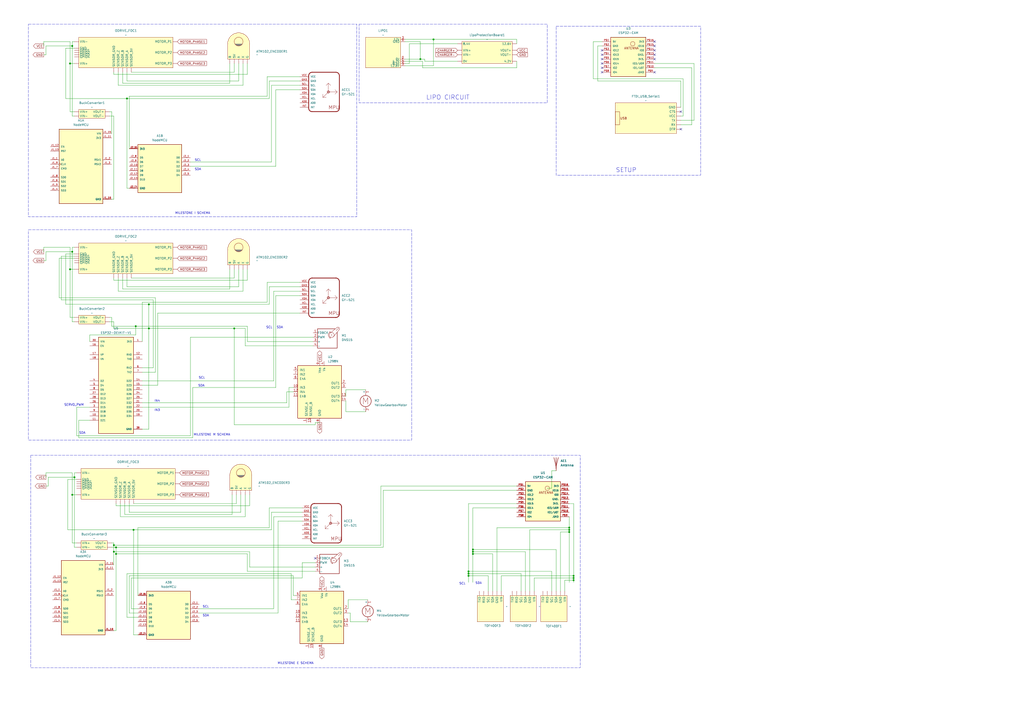
<source format=kicad_sch>
(kicad_sch (version 20231120) (generator "eeschema") (generator_version "8.0")
  (paper "A2")
  (lib_symbols
    (symbol "Device:Antenna" (pin_numbers hide) (pin_names (offset 1.016) hide)
      (property "Reference" "AE" (at -1.905 1.905 0))
      (property "Value" "Antenna" (at -1.905 0 0))
      (symbol "Antenna_1_1"
        (pin input line (at 0 -5.08 90) (length 2.54) (name "A") (number "1"))
      )
    )
    (symbol "Driver_Motor:L298N" (pin_names (offset 1.016))
      (property "Reference" "U" (at -10.16 16.51 0))
      (property "Value" "L298N" (at 12.7 16.51 0))
      (symbol "L298N_1_1"
        (pin power_in line (at -7.62 -17.78 90) (length 2.54) (name "SENSE_A") (number "1"))
        (pin input line (at -15.24 2.54 0) (length 2.54) (name "IN3") (number "10"))
        (pin input line (at -15.24 -2.54 0) (length 2.54) (name "EnB") (number "11"))
        (pin input line (at -15.24 0 0) (length 2.54) (name "IN4") (number "12"))
        (pin output line (at 15.24 -2.54 180) (length 2.54) (name "OUT3") (number "13"))
        (pin output line (at 15.24 -5.08 180) (length 2.54) (name "OUT4") (number "14"))
        (pin power_in line (at -5.08 -17.78 90) (length 2.54) (name "SENSE_B") (number "15"))
        (pin output line (at 15.24 5.08 180) (length 2.54) (name "OUT1") (number "2"))
        (pin output line (at 15.24 2.54 180) (length 2.54) (name "OUT2") (number "3"))
        (pin power_in line (at 2.54 17.78 270) (length 2.54) (name "Vs") (number "4"))
        (pin input line (at -15.24 12.7 0) (length 2.54) (name "IN1") (number "5"))
        (pin input line (at -15.24 7.62 0) (length 2.54) (name "EnA") (number "6"))
        (pin input line (at -15.24 10.16 0) (length 2.54) (name "IN2") (number "7"))
        (pin power_in line (at 0 -17.78 90) (length 2.54) (name "GND") (number "8"))
        (pin power_in line (at 0 17.78 270) (length 2.54) (name "Vss") (number "9"))
      )
    )
    (symbol "ESP32-CAM:ESP32-CAM" (pin_names (offset 1.016))
      (property "Reference" "U1" (at 0 22.86 0))
      (property "Value" "ESP32-CAM" (at 0 20.32 0))
      (symbol "ESP32-CAM_0_0"
        (pin bidirectional line (at -15.24 15.24 0) (length 5.08) (name "5V") (number "P$1"))
        (pin bidirectional line (at 15.24 0 180) (length 5.08) (name "IO1/U0T") (number "P$10"))
        (pin bidirectional line (at 15.24 2.54 180) (length 5.08) (name "IO3/U0R") (number "P$11"))
        (pin bidirectional line (at 15.24 5.08 180) (length 5.08) (name "3V3.") (number "P$12"))
        (pin bidirectional line (at 15.24 7.62 180) (length 5.08) (name "GND.") (number "P$13"))
        (pin bidirectional line (at 15.24 10.16 180) (length 5.08) (name "IO0") (number "P$14"))
        (pin bidirectional line (at 15.24 12.7 180) (length 5.08) (name "IO16") (number "P$15"))
        (pin bidirectional line (at 15.24 15.24 180) (length 5.08) (name "3V3") (number "P$16"))
        (pin bidirectional line (at -15.24 12.7 0) (length 5.08) (name "GND") (number "P$2"))
        (pin bidirectional line (at -15.24 10.16 0) (length 5.08) (name "IO12") (number "P$3"))
        (pin bidirectional line (at -15.24 7.62 0) (length 5.08) (name "IO13") (number "P$4"))
        (pin bidirectional line (at -15.24 5.08 0) (length 5.08) (name "IO15") (number "P$5"))
        (pin bidirectional line (at -15.24 2.54 0) (length 5.08) (name "IO14") (number "P$6"))
        (pin bidirectional line (at -15.24 0 0) (length 5.08) (name "IO2") (number "P$7"))
        (pin bidirectional line (at -15.24 -2.54 0) (length 5.08) (name "IO4") (number "P$8"))
        (pin bidirectional line (at 15.24 -2.54 180) (length 5.08) (name ".GND") (number "P$9"))
      )
      (symbol "ESP32-CAM_1_1"
        (text "ANTENNA" (at 1.778 11.43 0) (effects (font (size 1.27 1.27))))
        (pin bidirectional line (at 2.54 13.97 90) (length 0) (name "") (number ""))
      )
    )
    (symbol "ESP32-DEVKIT:ESP32-DEVKIT-V1" (pin_names (offset 1.016))
      (property "Reference" "U" (at -10.16 30.48 0))
      (property "Value" "ESP32-DEVKIT-V1" (at -10.16 -30.48 0))
      (symbol "ESP32-DEVKIT-V1_0_0"
        (pin output line (at 15.24 25.4 180) (length 5.08) (name "3V3") (number "1"))
        (pin bidirectional line (at -15.24 -17.78 0) (length 5.08) (name "D19") (number "10"))
        (pin bidirectional line (at -15.24 -20.32 0) (length 5.08) (name "D21") (number "11"))
        (pin input line (at 15.24 17.78 180) (length 5.08) (name "RX0") (number "12"))
        (pin output line (at 15.24 15.24 180) (length 5.08) (name "TX0") (number "13"))
        (pin bidirectional line (at 15.24 2.54 180) (length 5.08) (name "D22") (number "14"))
        (pin bidirectional line (at 15.24 0 180) (length 5.08) (name "D23") (number "15"))
        (pin input line (at -15.24 22.86 0) (length 5.08) (name "EN") (number "16"))
        (pin bidirectional line (at -15.24 17.78 0) (length 5.08) (name "VP") (number "17"))
        (pin bidirectional line (at -15.24 15.24 0) (length 5.08) (name "VN") (number "18"))
        (pin bidirectional line (at 15.24 -17.78 180) (length 5.08) (name "D34") (number "19"))
        (pin power_in line (at 15.24 -25.4 180) (length 5.08) (name "GND") (number "2"))
        (pin bidirectional line (at 15.24 -15.24 180) (length 5.08) (name "D35") (number "20"))
        (pin bidirectional line (at 15.24 -10.16 180) (length 5.08) (name "D32") (number "21"))
        (pin bidirectional line (at 15.24 -12.7 180) (length 5.08) (name "D33") (number "22"))
        (pin bidirectional line (at 15.24 -2.54 180) (length 5.08) (name "D25") (number "23"))
        (pin bidirectional line (at 15.24 -5.08 180) (length 5.08) (name "D26") (number "24"))
        (pin bidirectional line (at 15.24 -7.62 180) (length 5.08) (name "D27") (number "25"))
        (pin bidirectional line (at -15.24 -10.16 0) (length 5.08) (name "D14") (number "26"))
        (pin bidirectional line (at -15.24 -5.08 0) (length 5.08) (name "D12") (number "27"))
        (pin bidirectional line (at -15.24 -7.62 0) (length 5.08) (name "D13") (number "28"))
        (pin power_in line (at 15.24 -25.4 180) (length 5.08) (name "GND") (number "29"))
        (pin bidirectional line (at -15.24 -12.7 0) (length 5.08) (name "D15") (number "3"))
        (pin input line (at -15.24 25.4 0) (length 5.08) (name "VIN") (number "30"))
        (pin bidirectional line (at -15.24 2.54 0) (length 5.08) (name "D2") (number "4"))
        (pin bidirectional line (at -15.24 0 0) (length 5.08) (name "D4") (number "5"))
        (pin input line (at 15.24 10.16 180) (length 5.08) (name "RX2") (number "6"))
        (pin output line (at 15.24 7.62 180) (length 5.08) (name "TX2") (number "7"))
        (pin bidirectional line (at -15.24 -2.54 0) (length 5.08) (name "D5") (number "8"))
        (pin bidirectional line (at -15.24 -15.24 0) (length 5.08) (name "D18") (number "9"))
      )
    )
    (symbol "ESP8266:113990105" (pin_names (offset 1.016))
      (property "Reference" "A" (at -12.7 21.59 0))
      (property "Value" "113990105" (at -12.7 -24.13 0))
      (symbol "113990105_1_0"
        (pin bidirectional line (at -17.78 2.54 0) (length 5.08) (name "A0") (number "J1_1"))
        (pin power_in line (at 17.78 -20.32 180) (length 5.08) (name "GND") (number "J1_10"))
        (pin power_in line (at 17.78 15.24 180) (length 5.08) (name "3V3") (number "J1_11"))
        (pin input line (at -17.78 10.16 0) (length 5.08) (name "EN") (number "J1_12"))
        (pin input line (at -17.78 7.62 0) (length 5.08) (name "RST") (number "J1_13"))
        (pin power_in line (at 17.78 -20.32 180) (length 5.08) (name "GND") (number "J1_14"))
        (pin power_in line (at 17.78 17.78 180) (length 5.08) (name "VIN") (number "J1_15"))
        (pin bidirectional line (at 17.78 2.54 180) (length 5.08) (name "RSV1") (number "J1_2"))
        (pin bidirectional line (at 17.78 0 180) (length 5.08) (name "RSV2") (number "J1_3"))
        (pin bidirectional line (at -17.78 -15.24 0) (length 5.08) (name "SD3") (number "J1_4"))
        (pin bidirectional line (at -17.78 -12.7 0) (length 5.08) (name "SD2") (number "J1_5"))
        (pin bidirectional line (at -17.78 -10.16 0) (length 5.08) (name "SD1") (number "J1_6"))
        (pin bidirectional line (at -17.78 -2.54 0) (length 5.08) (name "CMD") (number "J1_7"))
        (pin bidirectional line (at -17.78 -7.62 0) (length 5.08) (name "SD0") (number "J1_8"))
        (pin bidirectional clock (at -17.78 0 0) (length 5.08) (name "CLK") (number "J1_9"))
      )
      (symbol "113990105_2_0"
        (pin bidirectional line (at -17.78 5.08 0) (length 5.08) (name "D0") (number "J2_1"))
        (pin bidirectional line (at 17.78 0 180) (length 5.08) (name "D7") (number "J2_10"))
        (pin bidirectional line (at 17.78 -2.54 180) (length 5.08) (name "D8") (number "J2_11"))
        (pin bidirectional line (at 17.78 -5.08 180) (length 5.08) (name "D9") (number "J2_12"))
        (pin bidirectional line (at 17.78 -7.62 180) (length 5.08) (name "D10") (number "J2_13"))
        (pin power_in line (at 17.78 -12.7 180) (length 5.08) (name "GND") (number "J2_14"))
        (pin power_in line (at 17.78 10.16 180) (length 5.08) (name "3V3") (number "J2_15"))
        (pin bidirectional line (at -17.78 2.54 0) (length 5.08) (name "D1") (number "J2_2"))
        (pin bidirectional line (at -17.78 0 0) (length 5.08) (name "D2") (number "J2_3"))
        (pin bidirectional line (at -17.78 -2.54 0) (length 5.08) (name "D3") (number "J2_4"))
        (pin bidirectional line (at -17.78 -5.08 0) (length 5.08) (name "D4") (number "J2_5"))
        (pin power_in line (at 17.78 10.16 180) (length 5.08) (name "3V3") (number "J2_6"))
        (pin power_in line (at 17.78 -12.7 180) (length 5.08) (name "GND") (number "J2_7"))
        (pin bidirectional line (at 17.78 5.08 180) (length 5.08) (name "D5") (number "J2_8"))
        (pin bidirectional line (at 17.78 2.54 180) (length 5.08) (name "D6") (number "J2_9"))
      )
    )
    (symbol "GY-521:GY-521" (pin_names (offset 1.016))
      (property "Reference" "ACC" (at -9.652 11.938 0))
      (property "Value" "GY-521" (at 4.572 -11.938 0))
      (symbol "GY-521_0_0"
        (text "MPU" (at 0 -10.16 0) (effects (font (size 2 2)) (justify left bottom)))
        (pin bidirectional line (at -16.51 -6.35 0) (length 5.08) (name "AD0") (number "AD0"))
        (pin power_in line (at -16.51 6.35 0) (length 5.08) (name "GND") (number "GND"))
        (pin bidirectional line (at -16.51 -8.89 0) (length 5.08) (name "INT") (number "INT"))
        (pin bidirectional line (at -16.51 3.81 0) (length 5.08) (name "SCL") (number "SCL"))
        (pin bidirectional line (at -16.51 1.27 0) (length 5.08) (name "SDA") (number "SDA"))
        (pin power_in line (at -16.51 8.89 0) (length 5.08) (name "VCC") (number "VCC"))
        (pin bidirectional line (at -16.51 -3.81 0) (length 5.08) (name "XCL") (number "XCL"))
        (pin bidirectional line (at -16.51 -1.27 0) (length 5.08) (name "XDA") (number "XDA"))
      )
    )
    (symbol "MIT_Lib:ATM102_ENCODER"
      (property "Reference" "ATM102_ENCODER" (at -0.254 4.826 0))
      (symbol "ATM102_ENCODER_1_1"
        (pin input line (at -2.54 -17.78 90) (length 2.54) (name "5V") (number ""))
        (pin input line (at 0 -17.78 90) (length 2.54) (name "A") (number ""))
        (pin input line (at -5.08 -17.78 90) (length 2.54) (name "B") (number ""))
        (pin input line (at 5.08 -17.78 90) (length 2.54) (name "G") (number ""))
        (pin input line (at 2.54 -17.78 90) (length 2.54) (name "X") (number ""))
      )
    )
    (symbol "MIT_Lib:Buck_Converter"
      (property "Reference" "BuckConverter" (at 0 0 0))
      (symbol "Buck_Converter_1_1"
        (pin output line (at -10.16 -2.54 0) (length 2.54) (name "VIN+") (number ""))
        (pin output line (at -10.16 -5.08 0) (length 2.54) (name "VIN-") (number ""))
        (pin output line (at 10.16 -2.54 180) (length 2.54) (name "VOUT+") (number ""))
        (pin output line (at 10.16 -5.08 180) (length 2.54) (name "VOUT-") (number ""))
      )
    )
    (symbol "MIT_Lib:FTDI_USB_Serial"
      (property "Reference" "FTDI_USB_Serial" (at 0 0 0))
      (symbol "FTDI_USB_Serial_1_1"
        (text "USB" (at -12.954 -11.43 0) (effects (font (size 1.27 1.27))))
        (pin input line (at 20.32 -7.62 180) (length 2.54) (name "CTS") (number ""))
        (pin input line (at 20.32 -17.78 180) (length 2.54) (name "DTR") (number ""))
        (pin input line (at 20.32 -5.08 180) (length 2.54) (name "GND") (number ""))
        (pin input line (at 20.32 -15.24 180) (length 2.54) (name "RX") (number ""))
        (pin input line (at 20.32 -12.7 180) (length 2.54) (name "TX") (number ""))
        (pin input line (at 20.32 -10.16 180) (length 2.54) (name "VCC") (number ""))
      )
    )
    (symbol "MIT_Lib:LIPO_3S"
      (property "Reference" "LIPO" (at 0 0 0))
      (symbol "LIPO_3S_1_1"
        (pin input line (at 12.7 -13.97 180) (length 2.54) (name "0V") (number "0"))
        (pin bidirectional line (at 12.7 -3.81 180) (length 2.54) (name "GND") (number "0"))
        (pin input line (at 12.7 -15.24 180) (length 2.54) (name "4.2V") (number "1"))
        (pin input line (at 12.7 -16.51 180) (length 2.54) (name "8.4V") (number "2"))
        (pin input line (at 12.7 -17.78 180) (length 2.54) (name "12.6V") (number "3"))
        (pin bidirectional line (at 12.7 -2.54 180) (length 2.54) (name "12V") (number "3"))
      )
    )
    (symbol "MIT_Lib:Lipo_3S_Protection_Board"
      (property "Reference" "LipoProtectionBoard" (at 0 7.62 0))
      (symbol "Lipo_3S_Protection_Board_1_1"
        (pin bidirectional line (at -11.43 -5.08 0) (length 2.54) (name "0V") (number ""))
        (pin bidirectional line (at 22.86 5.08 180) (length 2.54) (name "12.6V") (number ""))
        (pin bidirectional line (at 22.86 -5.08 180) (length 2.54) (name "4.2V") (number ""))
        (pin bidirectional line (at -11.43 5.08 0) (length 2.54) (name "8.4V") (number ""))
        (pin input line (at -11.43 1.27 0) (length 2.54) (name "VIN+") (number ""))
        (pin input line (at -11.43 -1.27 0) (length 2.54) (name "VIN-") (number ""))
        (pin output line (at 22.86 1.27 180) (length 2.54) (name "VOUT+") (number ""))
        (pin output line (at 22.86 -1.27 180) (length 2.54) (name "VOUT-") (number ""))
      )
    )
    (symbol "MIT_Lib:ODRIVE_FOC"
      (property "Reference" "ODRIVE_FOC" (at 0 0 0))
      (symbol "ODRIVE_FOC_1_1"
        (pin input line (at -27.94 -8.89 0) (length 2.54) (name "GND") (number ""))
        (pin input line (at -27.94 -10.16 0) (length 2.54) (name "GPIO1") (number ""))
        (pin input line (at -27.94 -11.43 0) (length 2.54) (name "GPIO2") (number ""))
        (pin input line (at -27.94 -12.7 0) (length 2.54) (name "GPIO3") (number ""))
        (pin input line (at -27.94 -13.97 0) (length 2.54) (name "GPIO4") (number ""))
        (pin input line (at 31.75 -5.08 180) (length 2.54) (name "MOTOR_P1") (number ""))
        (pin input line (at 31.75 -11.43 180) (length 2.54) (name "MOTOR_P2") (number ""))
        (pin input line (at 31.75 -17.78 180) (length 2.54) (name "MOTOR_P3") (number ""))
        (pin bidirectional line (at 5.08 -22.86 90) (length 2.54) (name "SENSOR_5V") (number ""))
        (pin bidirectional line (at 2.54 -22.86 90) (length 2.54) (name "SENSOR_A") (number ""))
        (pin bidirectional line (at 0 -22.86 90) (length 2.54) (name "SENSOR_B") (number ""))
        (pin bidirectional line (at -5.08 -22.86 90) (length 2.54) (name "SENSOR_GND") (number ""))
        (pin bidirectional line (at -2.54 -22.86 90) (length 2.54) (name "SENSOR_Z") (number ""))
        (pin input line (at -27.94 -17.78 0) (length 2.54) (name "VIN+") (number ""))
        (pin input line (at -27.94 -5.08 0) (length 2.54) (name "VIN-") (number ""))
      )
    )
    (symbol "MIT_Lib:TOF400F"
      (property "Reference" "TOF400F" (at 0 0 0))
      (symbol "TOF400F_1_1"
        (pin input line (at 3.81 -20.32 90) (length 2.54) (name "GND") (number ""))
        (pin input line (at -3.81 -20.32 90) (length 2.54) (name "RXD") (number ""))
        (pin input line (at -1.27 -20.32 90) (length 2.54) (name "SCL") (number ""))
        (pin input line (at 1.27 -20.32 90) (length 2.54) (name "SDA") (number ""))
        (pin input line (at -6.35 -20.32 90) (length 2.54) (name "TXD") (number ""))
        (pin input line (at 6.35 -20.32 90) (length 2.54) (name "VIN") (number ""))
      )
    )
    (symbol "Motor:Motor_DC" (pin_names (offset 0))
      (property "Reference" "M" (at 2.54 2.54 0))
      (property "Value" "Motor_DC" (at 2.54 -5.08 0))
      (symbol "Motor_DC_1_1"
        (pin passive line (at 0 5.08 270) (length 2.54) (name "+") (number "1"))
        (pin passive line (at 0 -7.62 90) (length 2.54) (name "-") (number "2"))
      )
    )
    (symbol "Motor:Motor_Servo" (pin_names (offset 0.0254))
      (property "Reference" "M1" (at 8.89 1.7035 0))
      (property "Value" "Motor_Servo" (at 8.89 -0.8365 0))
      (symbol "Motor_Servo_1_1"
        (pin passive line (at -7.62 1.27 0) (length 2.54) (name "FDBCK") (number "1"))
        (pin passive line (at -7.62 -1.27 0) (length 2.54) (name "PWM") (number "2"))
        (pin passive line (at -7.62 -3.81 0) (length 2.54) (name "+") (number "3"))
        (pin passive line (at -7.62 -6.35 0) (length 2.54) (name "-") (number "4"))
      )
    )
  )
  (junction (at 43.18 276.86))
  (junction (at 77.47 307.34))
  (junction (at 73.66 57.15))
  (junction (at 86.36 190.5))
  (junction (at 41.91 26.67))
  (junction (at 86.36 176.53))
  (junction (at 66.04 316.23))
  (junction (at 332.74 334.01))
  (junction (at 332.74 335.28))
  (junction (at 243.84 34.29))
  (junction (at 67.31 321.31))
  (junction (at 271.78 331.47))
  (junction (at 40.64 156.21))
  (junction (at 274.32 318.77))
  (junction (at 78.74 189.23))
  (junction (at 332.74 336.55))
  (junction (at 67.31 317.5))
  (junction (at 274.32 320.04))
  (junction (at 274.32 321.31))
  (junction (at 135.89 190.5))
  (junction (at 271.78 334.01))
  (junction (at 330.2 306.07))
  (junction (at 271.78 332.74))
  (junction (at 330.2 308.61))
  (junction (at 251.46 22.86))
  (junction (at 40.64 36.83))
  (junction (at 41.91 146.05))
  (junction (at 330.2 307.34))
  (junction (at 41.91 287.02))
  (junction (at 66.04 320.04))
  (no_connect (at 349.25 39.37))
  (no_connect (at 349.25 41.91))
  (no_connect (at 379.73 31.75))
  (no_connect (at 379.73 26.67))
  (no_connect (at 379.73 41.91))
  (no_connect (at 379.73 34.29))
  (no_connect (at 379.73 24.13))
  (no_connect (at 349.25 29.21))
  (no_connect (at 394.97 64.77))
  (no_connect (at 379.73 29.21))
  (no_connect (at 349.25 34.29))
  (no_connect (at 349.25 36.83))
  (no_connect (at 182.88 323.85))
  (no_connect (at 349.25 31.75))
  (no_connect (at 394.97 74.93))
  (wire (pts (xy 245.11 39.37) (xy 299.72 39.37)))
  (wire (pts (xy 237.49 25.4) (xy 265.43 25.4)))
  (wire (pts (xy 299.72 22.86) (xy 251.46 22.86)))
  (wire (pts (xy 66.04 186.69) (xy 66.04 190.5)))
  (wire (pts (xy 143.51 162.56) (xy 66.04 162.56)))
  (wire (pts (xy 110.49 195.58) (xy 110.49 252.73)))
  (wire (pts (xy 173.99 181.61) (xy 91.44 181.61)))
  (wire (pts (xy 156.21 176.53) (xy 156.21 166.37)))
  (wire (pts (xy 66.04 43.18) (xy 66.04 41.91)))
  (wire (pts (xy 64.77 184.15) (xy 64.77 189.23)))
  (wire (pts (xy 181.61 198.12) (xy 143.51 198.12)))
  (wire (pts (xy 158.75 299.72) (xy 158.75 353.06)))
  (wire (pts (xy 71.12 161.29) (xy 71.12 167.64)))
  (wire (pts (xy 43.18 149.86) (xy 34.29 149.86)))
  (wire (pts (xy 330.2 292.1) (xy 332.74 292.1)))
  (wire (pts (xy 40.64 156.21) (xy 40.64 143.51)))
  (wire (pts (xy 330.2 308.61) (xy 330.2 337.82)))
  (wire (pts (xy 346.71 26.67) (xy 349.25 26.67)))
  (wire (pts (xy 26.67 31.75) (xy 26.67 26.67)))
  (wire (pts (xy 73.66 358.14) (xy 80.01 358.14)))
  (wire (pts (xy 78.74 194.31) (xy 78.74 189.23)))
  (wire (pts (xy 82.55 175.26) (xy 82.55 198.12)))
  (wire (pts (xy 135.89 156.21) (xy 135.89 161.29)))
  (wire (pts (xy 25.4 143.51) (xy 40.64 143.51)))
  (wire (pts (xy 158.75 353.06) (xy 115.57 353.06)))
  (wire (pts (xy 157.48 49.53) (xy 157.48 93.98)))
  (wire (pts (xy 161.29 355.6) (xy 115.57 355.6)))
  (wire (pts (xy 74.93 109.22) (xy 73.66 109.22)))
  (wire (pts (xy 402.59 36.83) (xy 402.59 69.85)))
  (wire (pts (xy 182.88 331.47) (xy 143.51 331.47)))
  (wire (pts (xy 320.04 283.21) (xy 317.5 283.21)))
  (wire (pts (xy 245.11 35.56) (xy 245.11 39.37)))
  (wire (pts (xy 25.4 151.13) (xy 26.67 151.13)))
  (wire (pts (xy 76.2 335.28) (xy 76.2 353.06)))
  (wire (pts (xy 68.58 168.91) (xy 140.97 168.91)))
  (wire (pts (xy 66.04 314.96) (xy 64.77 314.96)))
  (wire (pts (xy 290.83 334.01) (xy 290.83 342.9)))
  (wire (pts (xy 67.31 321.31) (xy 67.31 365.76)))
  (wire (pts (xy 299.72 39.37) (xy 299.72 35.56)))
  (wire (pts (xy 251.46 22.86) (xy 251.46 38.1)))
  (wire (pts (xy 160.02 52.07) (xy 160.02 96.52)))
  (wire (pts (xy 320.04 273.05) (xy 320.04 283.21)))
  (wire (pts (xy 135.89 246.38) (xy 182.88 246.38)))
  (wire (pts (xy 43.18 148.59) (xy 35.56 148.59)))
  (wire (pts (xy 52.07 198.12) (xy 52.07 194.31)))
  (wire (pts (xy 45.72 243.84) (xy 52.07 243.84)))
  (wire (pts (xy 82.55 233.68) (xy 166.37 233.68)))
  (wire (pts (xy 156.21 306.07) (xy 156.21 294.64)))
  (wire (pts (xy 246.38 35.56) (xy 265.43 35.56)))
  (wire (pts (xy 157.48 297.18) (xy 175.26 297.18)))
  (wire (pts (xy 67.31 365.76) (xy 66.04 365.76)))
  (wire (pts (xy 344.17 24.13) (xy 349.25 24.13)))
  (wire (pts (xy 73.66 41.91) (xy 73.66 46.99)))
  (wire (pts (xy 25.4 31.75) (xy 26.67 31.75)))
  (wire (pts (xy 394.97 72.39) (xy 401.32 72.39)))
  (wire (pts (xy 77.47 368.3) (xy 77.47 307.34)))
  (wire (pts (xy 40.64 64.77) (xy 43.18 64.77)))
  (wire (pts (xy 80.01 345.44) (xy 80.01 306.07)))
  (wire (pts (xy 168.91 332.74) (xy 73.66 332.74)))
  (wire (pts (xy 38.1 27.94) (xy 38.1 57.15)))
  (wire (pts (xy 34.29 172.72) (xy 90.17 172.72)))
  (wire (pts (xy 166.37 233.68) (xy 166.37 227.33)))
  (wire (pts (xy 67.31 293.37) (xy 67.31 292.1)))
  (wire (pts (xy 68.58 161.29) (xy 68.58 168.91)))
  (wire (pts (xy 43.18 276.86) (xy 43.18 317.5)))
  (wire (pts (xy 394.97 46.99) (xy 346.71 46.99)))
  (wire (pts (xy 144.78 328.93) (xy 144.78 320.04)))
  (wire (pts (xy 143.51 198.12) (xy 143.51 189.23)))
  (wire (pts (xy 135.89 161.29) (xy 76.2 161.29)))
  (wire (pts (xy 66.04 67.31) (xy 66.04 115.57)))
  (wire (pts (xy 35.56 173.99) (xy 88.9 173.99)))
  (wire (pts (xy 26.67 146.05) (xy 41.91 146.05)))
  (wire (pts (xy 274.32 321.31) (xy 285.75 321.31)))
  (wire (pts (xy 73.66 161.29) (xy 73.66 166.37)))
  (wire (pts (xy 41.91 287.02) (xy 44.45 287.02)))
  (wire (pts (xy 271.78 332.74) (xy 271.78 334.01)))
  (wire (pts (xy 160.02 171.45) (xy 173.99 171.45)))
  (wire (pts (xy 44.45 252.73) (xy 44.45 236.22)))
  (wire (pts (xy 41.91 143.51) (xy 43.18 143.51)))
  (wire (pts (xy 25.4 24.13) (xy 40.64 24.13)))
  (wire (pts (xy 299.72 292.1) (xy 271.78 292.1)))
  (wire (pts (xy 72.39 298.45) (xy 134.62 298.45)))
  (wire (pts (xy 332.74 335.28) (xy 332.74 336.55)))
  (wire (pts (xy 86.36 176.53) (xy 156.21 176.53)))
  (wire (pts (xy 40.64 156.21) (xy 40.64 184.15)))
  (wire (pts (xy 90.17 172.72) (xy 90.17 215.9)))
  (wire (pts (xy 302.26 332.74) (xy 302.26 342.9)))
  (wire (pts (xy 394.97 67.31) (xy 396.24 67.31)))
  (wire (pts (xy 200.66 226.06) (xy 200.66 229.87)))
  (wire (pts (xy 40.64 184.15) (xy 43.18 184.15)))
  (wire (pts (xy 158.75 168.91) (xy 158.75 220.98)))
  (wire (pts (xy 72.39 292.1) (xy 72.39 298.45)))
  (wire (pts (xy 274.32 320.04) (xy 274.32 321.31)))
  (wire (pts (xy 68.58 41.91) (xy 68.58 49.53)))
  (wire (pts (xy 63.5 67.31) (xy 66.04 67.31)))
  (wire (pts (xy 330.2 307.34) (xy 307.34 307.34)))
  (wire (pts (xy 143.51 156.21) (xy 143.51 162.56)))
  (wire (pts (xy 288.29 306.07) (xy 288.29 342.9)))
  (wire (pts (xy 86.36 190.5) (xy 66.04 190.5)))
  (wire (pts (xy 40.64 36.83) (xy 40.64 64.77)))
  (wire (pts (xy 170.18 345.44) (xy 170.18 334.01)))
  (wire (pts (xy 26.67 26.67) (xy 41.91 26.67)))
  (wire (pts (xy 111.76 224.79) (xy 111.76 254)))
  (wire (pts (xy 139.7 287.02) (xy 139.7 297.18)))
  (wire (pts (xy 274.32 321.31) (xy 274.32 337.82)))
  (wire (pts (xy 74.93 292.1) (xy 74.93 297.18)))
  (wire (pts (xy 64.77 64.77) (xy 63.5 64.77)))
  (wire (pts (xy 135.89 190.5) (xy 86.36 190.5)))
  (wire (pts (xy 200.66 238.76) (xy 212.09 238.76)))
  (wire (pts (xy 251.46 22.86) (xy 234.95 22.86)))
  (wire (pts (xy 135.89 41.91) (xy 76.2 41.91)))
  (wire (pts (xy 67.31 317.5) (xy 222.25 317.5)))
  (wire (pts (xy 234.95 36.83) (xy 237.49 36.83)))
  (wire (pts (xy 71.12 41.91) (xy 71.12 48.26)))
  (wire (pts (xy 26.67 151.13) (xy 26.67 146.05)))
  (wire (pts (xy 157.48 93.98) (xy 110.49 93.98)))
  (wire (pts (xy 69.85 292.1) (xy 69.85 299.72)))
  (wire (pts (xy 138.43 156.21) (xy 138.43 166.37)))
  (wire (pts (xy 212.09 226.06) (xy 200.66 226.06)))
  (wire (pts (xy 63.5 186.69) (xy 66.04 186.69)))
  (wire (pts (xy 41.91 146.05) (xy 41.91 186.69)))
  (wire (pts (xy 143.51 36.83) (xy 143.51 43.18)))
  (wire (pts (xy 157.48 307.34) (xy 157.48 297.18)))
  (wire (pts (xy 161.29 302.26) (xy 161.29 355.6)))
  (wire (pts (xy 41.91 24.13) (xy 41.91 26.67)))
  (wire (pts (xy 271.78 334.01) (xy 283.21 334.01)))
  (wire (pts (xy 69.85 299.72) (xy 142.24 299.72)))
  (wire (pts (xy 74.93 86.36) (xy 74.93 55.88)))
  (wire (pts (xy 25.4 26.67) (xy 25.4 24.13)))
  (wire (pts (xy 38.1 57.15) (xy 73.66 57.15)))
  (wire (pts (xy 26.67 276.86) (xy 26.67 274.32)))
  (wire (pts (xy 41.91 314.96) (xy 44.45 314.96)))
  (wire (pts (xy 52.07 194.31) (xy 78.74 194.31)))
  (wire (pts (xy 91.44 181.61) (xy 91.44 223.52)))
  (wire (pts (xy 110.49 195.58) (xy 181.61 195.58)))
  (wire (pts (xy 299.72 294.64) (xy 274.32 294.64)))
  (wire (pts (xy 346.71 46.99) (xy 346.71 26.67)))
  (wire (pts (xy 142.24 287.02) (xy 142.24 299.72)))
  (wire (pts (xy 160.02 171.45) (xy 160.02 224.79)))
  (wire (pts (xy 154.94 55.88) (xy 154.94 44.45)))
  (wire (pts (xy 330.2 307.34) (xy 330.2 308.61)))
  (wire (pts (xy 182.88 326.39) (xy 175.26 326.39)))
  (wire (pts (xy 332.74 334.01) (xy 290.83 334.01)))
  (wire (pts (xy 41.91 287.02) (xy 41.91 274.32)))
  (wire (pts (xy 41.91 287.02) (xy 41.91 314.96)))
  (wire (pts (xy 77.47 307.34) (xy 157.48 307.34)))
  (wire (pts (xy 332.74 292.1) (xy 332.74 334.01)))
  (wire (pts (xy 41.91 24.13) (xy 43.18 24.13)))
  (wire (pts (xy 234.95 24.13) (xy 243.84 24.13)))
  (wire (pts (xy 134.62 287.02) (xy 134.62 298.45)))
  (wire (pts (xy 25.4 146.05) (xy 25.4 143.51)))
  (wire (pts (xy 161.29 302.26) (xy 175.26 302.26)))
  (wire (pts (xy 220.98 281.94) (xy 299.72 281.94)))
  (wire (pts (xy 74.93 355.6) (xy 80.01 355.6)))
  (wire (pts (xy 299.72 22.86) (xy 299.72 25.4)))
  (wire (pts (xy 304.8 320.04) (xy 304.8 342.9)))
  (wire (pts (xy 157.48 49.53) (xy 173.99 49.53)))
  (wire (pts (xy 82.55 220.98) (xy 158.75 220.98)))
  (wire (pts (xy 222.25 284.48) (xy 299.72 284.48)))
  (wire (pts (xy 234.95 34.29) (xy 243.84 34.29)))
  (wire (pts (xy 142.24 190.5) (xy 135.89 190.5)))
  (wire (pts (xy 43.18 317.5) (xy 44.45 317.5)))
  (wire (pts (xy 175.26 335.28) (xy 76.2 335.28)))
  (wire (pts (xy 246.38 34.29) (xy 246.38 35.56)))
  (wire (pts (xy 166.37 227.33) (xy 170.18 227.33)))
  (wire (pts (xy 160.02 96.52) (xy 110.49 96.52)))
  (wire (pts (xy 330.2 306.07) (xy 330.2 307.34)))
  (wire (pts (xy 39.37 278.13) (xy 39.37 307.34)))
  (wire (pts (xy 156.21 166.37) (xy 173.99 166.37)))
  (wire (pts (xy 135.89 190.5) (xy 135.89 246.38)))
  (wire (pts (xy 396.24 67.31) (xy 396.24 45.72)))
  (wire (pts (xy 182.88 245.11) (xy 185.42 245.11)))
  (wire (pts (xy 168.91 347.98) (xy 168.91 332.74)))
  (wire (pts (xy 330.2 299.72) (xy 330.2 306.07)))
  (wire (pts (xy 182.88 328.93) (xy 144.78 328.93)))
  (wire (pts (xy 322.58 318.77) (xy 322.58 342.9)))
  (wire (pts (xy 154.94 44.45) (xy 173.99 44.45)))
  (wire (pts (xy 401.32 39.37) (xy 379.73 39.37)))
  (wire (pts (xy 332.74 335.28) (xy 309.88 335.28)))
  (wire (pts (xy 171.45 345.44) (xy 170.18 345.44)))
  (wire (pts (xy 138.43 36.83) (xy 138.43 46.99)))
  (wire (pts (xy 181.61 200.66) (xy 142.24 200.66)))
  (wire (pts (xy 320.04 273.05) (xy 322.58 273.05)))
  (wire (pts (xy 39.37 307.34) (xy 77.47 307.34)))
  (wire (pts (xy 171.45 347.98) (xy 168.91 347.98)))
  (wire (pts (xy 271.78 292.1) (xy 271.78 331.47)))
  (wire (pts (xy 73.66 332.74) (xy 73.66 358.14)))
  (wire (pts (xy 67.31 317.5) (xy 67.31 321.31)))
  (wire (pts (xy 330.2 306.07) (xy 288.29 306.07)))
  (wire (pts (xy 74.93 334.01) (xy 74.93 355.6)))
  (wire (pts (xy 71.12 48.26) (xy 133.35 48.26)))
  (wire (pts (xy 330.2 308.61) (xy 325.12 308.61)))
  (wire (pts (xy 143.51 321.31) (xy 67.31 321.31)))
  (wire (pts (xy 73.66 57.15) (xy 156.21 57.15)))
  (wire (pts (xy 44.45 278.13) (xy 39.37 278.13)))
  (wire (pts (xy 41.91 67.31) (xy 43.18 67.31)))
  (wire (pts (xy 201.93 353.06) (xy 201.93 347.98)))
  (wire (pts (xy 27.94 276.86) (xy 43.18 276.86)))
  (wire (pts (xy 144.78 320.04) (xy 66.04 320.04)))
  (wire (pts (xy 332.74 334.01) (xy 332.74 335.28)))
  (wire (pts (xy 144.78 293.37) (xy 67.31 293.37)))
  (wire (pts (xy 43.18 274.32) (xy 43.18 276.86)))
  (wire (pts (xy 243.84 24.13) (xy 243.84 34.29)))
  (wire (pts (xy 143.51 331.47) (xy 143.51 321.31)))
  (wire (pts (xy 137.16 292.1) (xy 77.47 292.1)))
  (wire (pts (xy 66.04 314.96) (xy 66.04 316.23)))
  (wire (pts (xy 182.88 246.38) (xy 182.88 245.11)))
  (wire (pts (xy 167.64 224.79) (xy 170.18 224.79)))
  (wire (pts (xy 142.24 200.66) (xy 142.24 190.5)))
  (wire (pts (xy 160.02 224.79) (xy 111.76 224.79)))
  (wire (pts (xy 154.94 175.26) (xy 154.94 163.83)))
  (wire (pts (xy 237.49 25.4) (xy 237.49 36.83)))
  (wire (pts (xy 285.75 321.31) (xy 285.75 342.9)))
  (wire (pts (xy 271.78 331.47) (xy 320.04 331.47)))
  (wire (pts (xy 200.66 232.41) (xy 200.66 238.76)))
  (wire (pts (xy 78.74 189.23) (xy 64.77 189.23)))
  (wire (pts (xy 220.98 316.23) (xy 220.98 281.94)))
  (wire (pts (xy 45.72 254) (xy 45.72 243.84)))
  (wire (pts (xy 344.17 45.72) (xy 344.17 24.13)))
  (wire (pts (xy 394.97 62.23) (xy 394.97 46.99)))
  (wire (pts (xy 379.73 36.83) (xy 402.59 36.83)))
  (wire (pts (xy 175.26 326.39) (xy 175.26 335.28)))
  (wire (pts (xy 76.2 353.06) (xy 80.01 353.06)))
  (wire (pts (xy 144.78 287.02) (xy 144.78 293.37)))
  (wire (pts (xy 73.66 46.99) (xy 138.43 46.99)))
  (wire (pts (xy 40.64 36.83) (xy 40.64 24.13)))
  (wire (pts (xy 271.78 334.01) (xy 271.78 337.82)))
  (wire (pts (xy 73.66 166.37) (xy 138.43 166.37)))
  (wire (pts (xy 203.2 355.6) (xy 203.2 360.68)))
  (wire (pts (xy 156.21 57.15) (xy 156.21 46.99)))
  (wire (pts (xy 111.76 254) (xy 45.72 254)))
  (wire (pts (xy 74.93 297.18) (xy 139.7 297.18)))
  (wire (pts (xy 203.2 360.68) (xy 213.36 360.68)))
  (wire (pts (xy 44.45 236.22) (xy 52.07 236.22)))
  (wire (pts (xy 274.32 318.77) (xy 274.32 320.04)))
  (wire (pts (xy 307.34 307.34) (xy 307.34 342.9)))
  (wire (pts (xy 88.9 173.99) (xy 88.9 213.36)))
  (wire (pts (xy 82.55 175.26) (xy 154.94 175.26)))
  (wire (pts (xy 68.58 49.53) (xy 140.97 49.53)))
  (wire (pts (xy 154.94 163.83) (xy 173.99 163.83)))
  (wire (pts (xy 332.74 336.55) (xy 327.66 336.55)))
  (wire (pts (xy 86.36 248.92) (xy 82.55 248.92)))
  (wire (pts (xy 309.88 335.28) (xy 309.88 342.9)))
  (wire (pts (xy 201.93 347.98) (xy 213.36 347.98)))
  (wire (pts (xy 71.12 167.64) (xy 133.35 167.64)))
  (wire (pts (xy 80.01 368.3) (xy 77.47 368.3)))
  (wire (pts (xy 88.9 213.36) (xy 82.55 213.36)))
  (wire (pts (xy 41.91 143.51) (xy 41.91 146.05)))
  (wire (pts (xy 74.93 55.88) (xy 154.94 55.88)))
  (wire (pts (xy 66.04 316.23) (xy 66.04 320.04)))
  (wire (pts (xy 156.21 294.64) (xy 175.26 294.64)))
  (wire (pts (xy 283.21 334.01) (xy 283.21 342.9)))
  (wire (pts (xy 40.64 156.21) (xy 43.18 156.21)))
  (wire (pts (xy 43.18 147.32) (xy 38.1 147.32)))
  (wire (pts (xy 64.77 184.15) (xy 63.5 184.15)))
  (wire (pts (xy 64.77 64.77) (xy 64.77 77.47)))
  (wire (pts (xy 158.75 299.72) (xy 175.26 299.72)))
  (wire (pts (xy 27.94 281.94) (xy 27.94 276.86)))
  (wire (pts (xy 110.49 252.73) (xy 44.45 252.73)))
  (wire (pts (xy 140.97 156.21) (xy 140.97 168.91)))
  (wire (pts (xy 156.21 46.99) (xy 173.99 46.99)))
  (wire (pts (xy 160.02 52.07) (xy 173.99 52.07)))
  (wire (pts (xy 320.04 331.47) (xy 320.04 342.9)))
  (wire (pts (xy 38.1 147.32) (xy 38.1 176.53)))
  (wire (pts (xy 137.16 287.02) (xy 137.16 292.1)))
  (wire (pts (xy 271.78 331.47) (xy 271.78 332.74)))
  (wire (pts (xy 86.36 190.5) (xy 86.36 248.92)))
  (wire (pts (xy 66.04 320.04) (xy 66.04 327.66)))
  (wire (pts (xy 402.59 69.85) (xy 394.97 69.85)))
  (wire (pts (xy 327.66 336.55) (xy 327.66 342.9)))
  (wire (pts (xy 143.51 43.18) (xy 66.04 43.18)))
  (wire (pts (xy 26.67 281.94) (xy 27.94 281.94)))
  (wire (pts (xy 167.64 236.22) (xy 167.64 224.79)))
  (wire (pts (xy 35.56 148.59) (xy 35.56 173.99)))
  (wire (pts (xy 143.51 189.23) (xy 78.74 189.23)))
  (wire (pts (xy 64.77 317.5) (xy 67.31 317.5)))
  (wire (pts (xy 66.04 162.56) (xy 66.04 161.29)))
  (wire (pts (xy 201.93 355.6) (xy 203.2 355.6)))
  (wire (pts (xy 82.55 236.22) (xy 167.64 236.22)))
  (wire (pts (xy 222.25 317.5) (xy 222.25 284.48)))
  (wire (pts (xy 26.67 274.32) (xy 41.91 274.32)))
  (wire (pts (xy 325.12 308.61) (xy 325.12 342.9)))
  (wire (pts (xy 38.1 176.53) (xy 86.36 176.53)))
  (wire (pts (xy 80.01 306.07) (xy 156.21 306.07)))
  (wire (pts (xy 234.95 35.56) (xy 245.11 35.56)))
  (wire (pts (xy 274.32 318.77) (xy 322.58 318.77)))
  (wire (pts (xy 40.64 36.83) (xy 43.18 36.83)))
  (wire (pts (xy 158.75 168.91) (xy 173.99 168.91)))
  (wire (pts (xy 135.89 36.83) (xy 135.89 41.91)))
  (wire (pts (xy 274.32 294.64) (xy 274.32 318.77)))
  (wire (pts (xy 66.04 115.57) (xy 64.77 115.57)))
  (wire (pts (xy 43.18 274.32) (xy 44.45 274.32)))
  (wire (pts (xy 133.35 156.21) (xy 133.35 167.64)))
  (wire (pts (xy 86.36 176.53) (xy 86.36 190.5)))
  (wire (pts (xy 41.91 186.69) (xy 43.18 186.69)))
  (wire (pts (xy 332.74 336.55) (xy 332.74 337.82)))
  (wire (pts (xy 396.24 45.72) (xy 344.17 45.72)))
  (wire (pts (xy 140.97 36.83) (xy 140.97 49.53)))
  (wire (pts (xy 90.17 215.9) (xy 82.55 215.9)))
  (wire (pts (xy 271.78 332.74) (xy 302.26 332.74)))
  (wire (pts (xy 274.32 320.04) (xy 304.8 320.04)))
  (wire (pts (xy 133.35 36.83) (xy 133.35 48.26)))
  (wire (pts (xy 43.18 27.94) (xy 38.1 27.94)))
  (wire (pts (xy 34.29 149.86) (xy 34.29 172.72)))
  (wire (pts (xy 66.04 316.23) (xy 220.98 316.23)))
  (wire (pts (xy 91.44 223.52) (xy 82.55 223.52)))
  (wire (pts (xy 234.95 38.1) (xy 251.46 38.1)))
  (wire (pts (xy 73.66 109.22) (xy 73.66 57.15)))
  (wire (pts (xy 243.84 34.29) (xy 246.38 34.29)))
  (wire (pts (xy 401.32 72.39) (xy 401.32 39.37)))
  (wire (pts (xy 170.18 334.01) (xy 74.93 334.01)))
  (wire (pts (xy 41.91 26.67) (xy 41.91 67.31)))
  (rectangle (start 322.58 15.24) (end 406.4 101.6) (stroke (width 0) (type dash)))
  (rectangle (start 208.28 13.97) (end 317.5 59.69) (stroke (width 0) (type dash)))
  (rectangle (start 17.78 264.16) (end 336.55 387.35) (stroke (width 0) (type dash)))
  (rectangle (start 16.51 133.35) (end 238.76 255.27) (stroke (width 0) (type dash)))
  (rectangle (start 16.51 13.97) (end 207.01 125.73) (stroke (width 0) (type dash)))
  (text "SDA" (at 114.808 98.298 0) (effects (font (size 1.27 1.27))))
  (text "SCL" (at 119.38 352.044 0) (effects (font (size 1.27 1.27))))
  (text "IN4\n" (at 91.186 232.664 0) (effects (font (size 1.27 1.27))))
  (text "LIPO CIRCUIT\n" (at 259.842 56.642 0) (effects (font (size 2.54 2.54))))
  (text "MILESTONE M SCHEMA" (at 122.936 252.222 0) (effects (font (size 1.27 1.27))))
  (text "SCL" (at 117.094 219.202 0) (effects (font (size 1.27 1.27))))
  (text "MILESTONE I SCHEMA" (at 111.76 123.698 0) (effects (font (size 1.27 1.27))))
  (text "MILESTONE E SCHEMA" (at 171.45 384.81 0) (effects (font (size 1.27 1.27))))
  (text "SDA" (at 162.306 189.992 0) (effects (font (size 1.27 1.27))))
  (text "SERVO_PWM" (at 42.926 234.95 0) (effects (font (size 1.27 1.27))))
  (text "IN3\n" (at 91.186 237.998 0) (effects (font (size 1.27 1.27))))
  (text "SDA" (at 277.622 338.328 0) (effects (font (size 1.27 1.27))))
  (text "SETUP" (at 363.22 98.806 0) (effects (font (size 2.54 2.54))))
  (text "SCL\n" (at 268.224 338.582 0) (effects (font (size 1.27 1.27))))
  (text "SDA" (at 119.38 357.124 0) (effects (font (size 1.27 1.27))))
  (text "SCL" (at 114.808 92.964 0) (effects (font (size 1.27 1.27))))
  (text "SCL" (at 156.21 189.992 0) (effects (font (size 1.27 1.27))))
  (text "SDA" (at 116.84 223.774 0) (effects (font (size 1.27 1.27))))
  (text "SDA" (at 47.752 251.206 0) (effects (font (size 1.27 1.27))))
  (global_label "MOTOR_PHASE1" (shape input) (at 104.14 274.32 0) (property "Intersheetrefs" "${INTERSHEET_REFS}" (effects (hide yes))))
  (global_label "GND" (shape output) (at 185.42 245.11 270) (property "Intersheetrefs" "${INTERSHEET_REFS}" (effects (hide yes))))
  (global_label "GND" (shape output) (at 26.67 281.94 180) (property "Intersheetrefs" "${INTERSHEET_REFS}" (effects (hide yes))))
  (global_label "MOTOR_PHASE3" (shape input) (at 102.87 36.83 0) (property "Intersheetrefs" "${INTERSHEET_REFS}" (effects (hide yes))))
  (global_label "GND" (shape input) (at 299.72 31.75 0) (property "Intersheetrefs" "${INTERSHEET_REFS}" (effects (hide yes))))
  (global_label "VCC" (shape input) (at 299.72 29.21 0) (property "Intersheetrefs" "${INTERSHEET_REFS}" (effects (hide yes))))
  (global_label "MOTOR_PHASE3" (shape input) (at 104.14 287.02 0) (property "Intersheetrefs" "${INTERSHEET_REFS}" (effects (hide yes))))
  (global_label "VCC" (shape output) (at 25.4 26.67 180) (property "Intersheetrefs" "${INTERSHEET_REFS}" (effects (hide yes))))
  (global_label "MOTOR_PHASE2" (shape input) (at 104.14 280.67 0) (property "Intersheetrefs" "${INTERSHEET_REFS}" (effects (hide yes))))
  (global_label "CHARGER-" (shape input) (at 265.43 31.75 180) (property "Intersheetrefs" "${INTERSHEET_REFS}" (effects (hide yes))))
  (global_label "GND" (shape output) (at 25.4 31.75 180) (property "Intersheetrefs" "${INTERSHEET_REFS}" (effects (hide yes))))
  (global_label "GND" (shape output) (at 25.4 151.13 180) (property "Intersheetrefs" "${INTERSHEET_REFS}" (effects (hide yes))))
  (global_label "VCC" (shape output) (at 186.69 340.36 90) (property "Intersheetrefs" "${INTERSHEET_REFS}" (effects (hide yes))))
  (global_label "MOTOR_PHASE2" (shape input) (at 102.87 30.48 0) (property "Intersheetrefs" "${INTERSHEET_REFS}" (effects (hide yes))))
  (global_label "MOTOR_PHASE2" (shape input) (at 102.87 149.86 0) (property "Intersheetrefs" "${INTERSHEET_REFS}" (effects (hide yes))))
  (global_label "MOTOR_PHASE3" (shape input) (at 102.87 156.21 0) (property "Intersheetrefs" "${INTERSHEET_REFS}" (effects (hide yes))))
  (global_label "MOTOR_PHASE1" (shape input) (at 102.87 143.51 0) (property "Intersheetrefs" "${INTERSHEET_REFS}" (effects (hide yes))))
  (global_label "GND" (shape output) (at 186.69 375.92 270) (property "Intersheetrefs" "${INTERSHEET_REFS}" (effects (hide yes))))
  (global_label "CHARGER+" (shape input) (at 265.43 29.21 180) (property "Intersheetrefs" "${INTERSHEET_REFS}" (effects (hide yes))))
  (global_label "VCC" (shape output) (at 25.4 146.05 180) (property "Intersheetrefs" "${INTERSHEET_REFS}" (effects (hide yes))))
  (global_label "VCC" (shape output) (at 26.67 276.86 180) (property "Intersheetrefs" "${INTERSHEET_REFS}" (effects (hide yes))))
  (global_label "MOTOR_PHASE1" (shape input) (at 102.87 24.13 0) (property "Intersheetrefs" "${INTERSHEET_REFS}" (effects (hide yes))))
  (global_label "VCC" (shape output) (at 185.42 209.55 90) (property "Intersheetrefs" "${INTERSHEET_REFS}" (effects (hide yes))))
  (symbol (lib_id "ESP8266:113990105") (at 97.79 355.6 0) (mirror y) (unit 2)
    (property "Reference" "A3" (at 97.79 337.82 0))
    (property "Value" "NodeMCU" (at 97.79 340.36 0))
    (property "Footprint" "113990105:SEEED_113990105" (effects (hide yes)))
    (property "MF" "Seeed Technology" (effects (hide yes)))
    (property "MAXIMUM_PACKAGE_HEIGHT" "N/A" (effects (hide yes)))
    (property "Package" "None" (effects (hide yes)))
    (property "Price" "None" (effects (hide yes)))
    (property "Check_prices" "https://www.snapeda.com/parts/NodeMCU%20v2/Seeed+Technology+Co.%252C+Ltd/view-part/?ref=eda" (effects (hide yes)))
    (property "STANDARD" "Manufacturer Recommendations" (effects (hide yes)))
    (property "PARTREV" "N/A" (effects (hide yes)))
    (property "SnapEDA_Link" "https://www.snapeda.com/parts/NodeMCU%20v2/Seeed+Technology+Co.%252C+Ltd/view-part/?ref=snap" (effects (hide yes)))
    (property "MP" "NodeMCU v2" (effects (hide yes)))
    (property "Description_1" "\n                        \n                            An open-source firmware and development kit that helps you to Prototype your IOT product within a few Lua script lines\n                        \n" (effects (hide yes)))
    (property "Availability" "Not in stock" (effects (hide yes)))
    (property "MANUFACTURER" "Seeed" (effects (hide yes)))
  )
  (symbol (lib_id "MIT_Lib:Buck_Converter") (at 53.34 62.23 0) (unit 1)
    (property "Reference" "BuckConverter1" (at 53.34 59.69 0))
    (property "Value" "~" (at 53.34 62.23 0))
  )
  (symbol (lib_id "ESP8266:113990105") (at 48.26 345.44 0) (unit 1)
    (property "Reference" "A3" (at 48.26 320.04 0))
    (property "Value" "NodeMCU" (at 48.26 322.58 0))
    (property "Footprint" "113990105:SEEED_113990105" (effects (hide yes)))
    (property "MF" "Seeed Technology" (effects (hide yes)))
    (property "MAXIMUM_PACKAGE_HEIGHT" "N/A" (effects (hide yes)))
    (property "Package" "None" (effects (hide yes)))
    (property "Price" "None" (effects (hide yes)))
    (property "Check_prices" "https://www.snapeda.com/parts/NodeMCU%20v2/Seeed+Technology+Co.%252C+Ltd/view-part/?ref=eda" (effects (hide yes)))
    (property "STANDARD" "Manufacturer Recommendations" (effects (hide yes)))
    (property "PARTREV" "N/A" (effects (hide yes)))
    (property "SnapEDA_Link" "https://www.snapeda.com/parts/NodeMCU%20v2/Seeed+Technology+Co.%252C+Ltd/view-part/?ref=snap" (effects (hide yes)))
    (property "MP" "NodeMCU v2" (effects (hide yes)))
    (property "Description_1" "\n                        \n                            An open-source firmware and development kit that helps you to Prototype your IOT product within a few Lua script lines\n                        \n" (effects (hide yes)))
    (property "Availability" "Not in stock" (effects (hide yes)))
    (property "MANUFACTURER" "Seeed" (effects (hide yes)))
  )
  (symbol (lib_id "GY-521:GY-521") (at 190.5 53.34 0) (unit 1)
    (property "Reference" "ACC1" (at 198.12 52.0699 0) (effects (justify left)))
    (property "Value" "GY-521" (at 198.12 54.6099 0) (effects (justify left)))
    (property "MF" "GODREAM FORDREAM CO., LIMITED" (effects (hide yes)))
    (property "Description_1" "\n                        \n                            Triple Axis Accelerometer Gyro Breakout\n                        \n" (effects (hide yes)))
    (property "Package" "Package" (effects (hide yes)))
    (property "Price" "None" (effects (hide yes)))
    (property "SnapEDA_Link" "https://www.snapeda.com/parts/GY-521/GODREAM+FORDREAM+CO.%252C+LIMITED/view-part/?ref=snap" (effects (hide yes)))
    (property "MP" "GY-521" (effects (hide yes)))
    (property "Availability" "Not in stock" (effects (hide yes)))
    (property "Check_prices" "https://www.snapeda.com/parts/GY-521/GODREAM+FORDREAM+CO.%252C+LIMITED/view-part/?ref=eda" (effects (hide yes)))
  )
  (symbol (lib_id "MIT_Lib:ODRIVE_FOC") (at 71.12 19.05 0) (unit 1)
    (property "Reference" "ODRIVE_FOC1" (at 73.025 17.78 0))
    (property "Value" "~" (at 73.025 20.32 0))
  )
  (symbol (lib_id "MIT_Lib:TOF400F") (at 321.31 363.22 0) (mirror x) (unit 1)
    (property "Reference" "TOF400F1" (at 316.484 363.22 0) (effects (justify left)))
    (property "Value" "~" (at 330.2 351.79 0) (effects (justify left)))
  )
  (symbol (lib_id "Motor:Motor_Servo") (at 189.23 194.31 0) (unit 1)
    (property "Reference" "M1" (at 198.12 194.6385 0) (effects (justify left)))
    (property "Value" "DNS15" (at 198.12 197.1785 0) (effects (justify left)))
    (property "Datasheet" "http://forums.parallax.com/uploads/attachments/46831/74481.png" (effects (hide yes)))
    (property "Description" "Servo Motor (Futaba, HiTec, JR connector)" (effects (hide yes)))
  )
  (symbol (lib_id "GY-521:GY-521") (at 190.5 172.72 0) (unit 1)
    (property "Reference" "ACC2" (at 198.12 171.4499 0) (effects (justify left)))
    (property "Value" "GY-521" (at 198.12 173.9899 0) (effects (justify left)))
    (property "MF" "GODREAM FORDREAM CO., LIMITED" (effects (hide yes)))
    (property "Description_1" "\n                        \n                            Triple Axis Accelerometer Gyro Breakout\n                        \n" (effects (hide yes)))
    (property "Package" "Package" (effects (hide yes)))
    (property "Price" "None" (effects (hide yes)))
    (property "SnapEDA_Link" "https://www.snapeda.com/parts/GY-521/GODREAM+FORDREAM+CO.%252C+LIMITED/view-part/?ref=snap" (effects (hide yes)))
    (property "MP" "GY-521" (effects (hide yes)))
    (property "Availability" "Not in stock" (effects (hide yes)))
    (property "Check_prices" "https://www.snapeda.com/parts/GY-521/GODREAM+FORDREAM+CO.%252C+LIMITED/view-part/?ref=eda" (effects (hide yes)))
  )
  (symbol (lib_id "MIT_Lib:ODRIVE_FOC") (at 71.12 138.43 0) (unit 1)
    (property "Reference" "ODRIVE_FOC2" (at 73.025 137.16 0))
    (property "Value" "~" (at 73.025 139.7 0))
  )
  (symbol (lib_id "Driver_Motor:L298N") (at 185.42 227.33 0) (unit 1)
    (property "Reference" "U2" (at 190.1541 207.01 0) (effects (justify left)))
    (property "Value" "L298N" (at 190.1541 209.55 0) (effects (justify left)))
    (property "Footprint" "Package_TO_SOT_THT:TO-220-15_P2.54x2.54mm_StaggerOdd_Lead4.58mm_Vertical" (effects (hide yes)))
    (property "Datasheet" "http://www.st.com/st-web-ui/static/active/en/resource/technical/document/datasheet/CD00000240.pdf" (effects (hide yes)))
    (property "Description" "Dual full bridge motor driver, up to 46V, 4A, Multiwatt15-V" (effects (hide yes)))
  )
  (symbol (lib_id "MIT_Lib:FTDI_USB_Serial") (at 374.65 57.15 0) (unit 1)
    (property "Reference" "FTDI_USB_Serial1" (at 374.65 55.88 0))
    (property "Value" "~" (at 374.65 58.42 0))
  )
  (symbol (lib_id "ESP32-CAM:ESP32-CAM") (at 364.49 39.37 0) (unit 1)
    (property "Reference" "U3" (at 364.49 16.51 0))
    (property "Value" "ESP32-CAM" (at 364.49 19.05 0))
    (property "Footprint" "ESP32-CAM:ESP32-CAM" (effects (hide yes)))
    (property "MF" "AI-Thinker" (effects (hide yes)))
    (property "DESCRIPTION" "ESP32 ESP32 Transceiver; 802.11 a/b/g/n (Wi-Fi, WiFi, WLAN), Bluetooth® Smart 4.x Low Energy (BLE) Evaluation Board" (effects (hide yes)))
    (property "PACKAGE" "None" (effects (hide yes)))
    (property "PRICE" "None" (effects (hide yes)))
    (property "Package" "None" (effects (hide yes)))
    (property "Check_prices" "https://www.snapeda.com/parts/ESP32-CAM/AI-Thinker/view-part/?ref=eda" (effects (hide yes)))
    (property "Price" "None" (effects (hide yes)))
    (property "SnapEDA_Link" "https://www.snapeda.com/parts/ESP32-CAM/AI-Thinker/view-part/?ref=snap" (effects (hide yes)))
    (property "MP" "ESP32-CAM" (effects (hide yes)))
    (property "Availability" "Not in stock" (effects (hide yes)))
    (property "AVAILABILITY" "Not in stock" (effects (hide yes)))
    (property "Description_1" "\n                        \n                            ESP32 ESP32 Transceiver; 802.11 a/b/g/n (Wi-Fi, WiFi, WLAN), Bluetooth® Smart 4.x Low Energy (BLE) Evaluation Board\n                        \n" (effects (hide yes)))
  )
  (symbol (lib_id "Motor:Motor_Servo") (at 190.5 325.12 0) (unit 1)
    (property "Reference" "M3" (at 199.39 325.4485 0) (effects (justify left)))
    (property "Value" "DNS15" (at 199.39 327.9885 0) (effects (justify left)))
    (property "Datasheet" "http://forums.parallax.com/uploads/attachments/46831/74481.png" (effects (hide yes)))
    (property "Description" "Servo Motor (Futaba, HiTec, JR connector)" (effects (hide yes)))
  )
  (symbol (lib_id "MIT_Lib:TOF400F") (at 284.48 363.22 0) (mirror x) (unit 1)
    (property "Reference" "TOF400F3" (at 280.924 362.966 0) (effects (justify left)))
    (property "Value" "~" (at 293.37 351.79 0) (effects (justify left)))
  )
  (symbol (lib_id "GY-521:GY-521") (at 191.77 303.53 0) (unit 1)
    (property "Reference" "ACC3" (at 199.39 302.2599 0) (effects (justify left)))
    (property "Value" "GY-521" (at 199.39 304.7999 0) (effects (justify left)))
    (property "MF" "GODREAM FORDREAM CO., LIMITED" (effects (hide yes)))
    (property "Description_1" "\n                        \n                            Triple Axis Accelerometer Gyro Breakout\n                        \n" (effects (hide yes)))
    (property "Package" "Package" (effects (hide yes)))
    (property "Price" "None" (effects (hide yes)))
    (property "SnapEDA_Link" "https://www.snapeda.com/parts/GY-521/GODREAM+FORDREAM+CO.%252C+LIMITED/view-part/?ref=snap" (effects (hide yes)))
    (property "MP" "GY-521" (effects (hide yes)))
    (property "Availability" "Not in stock" (effects (hide yes)))
    (property "Check_prices" "https://www.snapeda.com/parts/GY-521/GODREAM+FORDREAM+CO.%252C+LIMITED/view-part/?ref=eda" (effects (hide yes)))
  )
  (symbol (lib_id "MIT_Lib:Lipo_3S_Protection_Board") (at 276.86 30.48 0) (unit 1)
    (property "Reference" "LipoProtectionBoard1" (at 282.575 20.32 0))
    (property "Value" "~" (at 282.575 22.86 0))
  )
  (symbol (lib_id "MIT_Lib:TOF400F") (at 303.53 363.22 0) (mirror x) (unit 1)
    (property "Reference" "TOF400F2" (at 298.704 362.966 0) (effects (justify left)))
    (property "Value" "~" (at 312.42 351.79 0) (effects (justify left)))
  )
  (symbol (lib_id "Motor:Motor_DC") (at 213.36 353.06 0) (unit 1)
    (property "Reference" "M4" (at 218.44 354.3299 0) (effects (justify left)))
    (property "Value" "YellowGearboxMotor" (at 218.44 356.8699 0) (effects (justify left)))
    (property "Description" "DC Motor" (effects (hide yes)))
  )
  (symbol (lib_id "MIT_Lib:LIPO_3S") (at 222.25 20.32 0) (unit 1)
    (property "Reference" "LIPO1" (at 222.25 17.78 0))
    (property "Value" "~" (at 222.25 20.32 0))
  )
  (symbol (lib_id "MIT_Lib:ATM102_ENCODER") (at 138.43 19.05 0) (unit 1)
    (property "Reference" "ATM102_ENCODER1" (at 148.59 29.8449 0) (effects (justify left)))
    (property "Value" "~" (at 148.59 31.75 0) (effects (justify left)))
  )
  (symbol (lib_id "MIT_Lib:Buck_Converter") (at 54.61 312.42 0) (unit 1)
    (property "Reference" "BuckConverter3" (at 54.61 309.88 0))
    (property "Value" "~" (at 54.61 312.42 0))
  )
  (symbol (lib_id "MIT_Lib:ATM102_ENCODER") (at 139.7 269.24 0) (unit 1)
    (property "Reference" "ATM102_ENCODER3" (at 149.86 280.0349 0) (effects (justify left)))
    (property "Value" "~" (at 149.86 281.94 0) (effects (justify left)))
  )
  (symbol (lib_id "Driver_Motor:L298N") (at 186.69 358.14 0) (unit 1)
    (property "Reference" "U4" (at 191.4241 337.82 0) (effects (justify left)))
    (property "Value" "L298N" (at 191.4241 340.36 0) (effects (justify left)))
    (property "Footprint" "Package_TO_SOT_THT:TO-220-15_P2.54x2.54mm_StaggerOdd_Lead4.58mm_Vertical" (effects (hide yes)))
    (property "Datasheet" "http://www.st.com/st-web-ui/static/active/en/resource/technical/document/datasheet/CD00000240.pdf" (effects (hide yes)))
    (property "Description" "Dual full bridge motor driver, up to 46V, 4A, Multiwatt15-V" (effects (hide yes)))
  )
  (symbol (lib_id "MIT_Lib:Buck_Converter") (at 53.34 181.61 0) (unit 1)
    (property "Reference" "BuckConverter2" (at 53.34 179.07 0))
    (property "Value" "~" (at 53.34 181.61 0))
  )
  (symbol (lib_id "MIT_Lib:ODRIVE_FOC") (at 72.39 269.24 0) (unit 1)
    (property "Reference" "ODRIVE_FOC3" (at 74.295 267.97 0))
    (property "Value" "~" (at 74.295 270.51 0))
  )
  (symbol (lib_id "ESP8266:113990105") (at 92.71 96.52 0) (mirror y) (unit 2)
    (property "Reference" "A1" (at 92.71 78.74 0))
    (property "Value" "NodeMCU" (at 92.71 81.28 0))
    (property "Footprint" "113990105:SEEED_113990105" (effects (hide yes)))
    (property "MF" "Seeed Technology" (effects (hide yes)))
    (property "MAXIMUM_PACKAGE_HEIGHT" "N/A" (effects (hide yes)))
    (property "Package" "None" (effects (hide yes)))
    (property "Price" "None" (effects (hide yes)))
    (property "Check_prices" "https://www.snapeda.com/parts/NodeMCU%20v2/Seeed+Technology+Co.%252C+Ltd/view-part/?ref=eda" (effects (hide yes)))
    (property "STANDARD" "Manufacturer Recommendations" (effects (hide yes)))
    (property "PARTREV" "N/A" (effects (hide yes)))
    (property "SnapEDA_Link" "https://www.snapeda.com/parts/NodeMCU%20v2/Seeed+Technology+Co.%252C+Ltd/view-part/?ref=snap" (effects (hide yes)))
    (property "MP" "NodeMCU v2" (effects (hide yes)))
    (property "Description_1" "\n                        \n                            An open-source firmware and development kit that helps you to Prototype your IOT product within a few Lua script lines\n                        \n" (effects (hide yes)))
    (property "Availability" "Not in stock" (effects (hide yes)))
    (property "MANUFACTURER" "Seeed" (effects (hide yes)))
  )
  (symbol (lib_id "ESP8266:113990105") (at 46.99 95.25 0) (unit 1)
    (property "Reference" "A1" (at 46.99 69.85 0))
    (property "Value" "NodeMCU" (at 46.99 72.39 0))
    (property "Footprint" "113990105:SEEED_113990105" (effects (hide yes)))
    (property "MF" "Seeed Technology" (effects (hide yes)))
    (property "MAXIMUM_PACKAGE_HEIGHT" "N/A" (effects (hide yes)))
    (property "Package" "None" (effects (hide yes)))
    (property "Price" "None" (effects (hide yes)))
    (property "Check_prices" "https://www.snapeda.com/parts/NodeMCU%20v2/Seeed+Technology+Co.%252C+Ltd/view-part/?ref=eda" (effects (hide yes)))
    (property "STANDARD" "Manufacturer Recommendations" (effects (hide yes)))
    (property "PARTREV" "N/A" (effects (hide yes)))
    (property "SnapEDA_Link" "https://www.snapeda.com/parts/NodeMCU%20v2/Seeed+Technology+Co.%252C+Ltd/view-part/?ref=snap" (effects (hide yes)))
    (property "MP" "NodeMCU v2" (effects (hide yes)))
    (property "Description_1" "\n                        \n                            An open-source firmware and development kit that helps you to Prototype your IOT product within a few Lua script lines\n                        \n" (effects (hide yes)))
    (property "Availability" "Not in stock" (effects (hide yes)))
    (property "MANUFACTURER" "Seeed" (effects (hide yes)))
  )
  (symbol (lib_id "Motor:Motor_DC") (at 212.09 231.14 0) (unit 1)
    (property "Reference" "M2" (at 217.17 232.4099 0) (effects (justify left)))
    (property "Value" "YellowGearboxMotor" (at 217.17 234.9499 0) (effects (justify left)))
    (property "Description" "DC Motor" (effects (hide yes)))
  )
  (symbol (lib_id "ESP32-DEVKIT:ESP32-DEVKIT-V1") (at 67.31 223.52 0) (unit 1)
    (property "Reference" "U5" (at 67.31 190.5 0))
    (property "Value" "ESP32-DEVKIT-V1" (at 67.31 193.04 0))
    (property "Footprint" "ESP32-DEVKIT-V1:MODULE_ESP32_DEVKIT_V1" (effects (hide yes)))
    (property "MF" "Do it" (effects (hide yes)))
    (property "MAXIMUM_PACKAGE_HEIGHT" "6.8 mm" (effects (hide yes)))
    (property "Package" "None" (effects (hide yes)))
    (property "Price" "None" (effects (hide yes)))
    (property "Check_prices" "https://www.snapeda.com/parts/ESP32-DEVKIT-V1/Do+it/view-part/?ref=eda" (effects (hide yes)))
    (property "STANDARD" "Manufacturer Recommendations" (effects (hide yes)))
    (property "PARTREV" "N/A" (effects (hide yes)))
    (property "SnapEDA_Link" "https://www.snapeda.com/parts/ESP32-DEVKIT-V1/Do+it/view-part/?ref=snap" (effects (hide yes)))
    (property "MP" "ESP32-DEVKIT-V1" (effects (hide yes)))
    (property "Description_1" "\n                        \n                            Dual core, Wi-Fi: 2.4 GHz up to 150 Mbits/s,BLE (Bluetooth Low Energy) and legacy Bluetooth, 32 bits, Up to 240 MHz\n                        \n" (effects (hide yes)))
    (property "Availability" "Not in stock" (effects (hide yes)))
    (property "MANUFACTURER" "DOIT" (effects (hide yes)))
  )
  (symbol (lib_id "Device:Antenna") (at 322.58 267.97 0) (unit 1)
    (property "Reference" "AE1" (at 325.12 267.3349 0) (effects (justify left)))
    (property "Value" "Antenna" (at 325.12 269.8749 0) (effects (justify left)))
    (property "Description" "Antenna" (effects (hide yes)))
  )
  (symbol (lib_id "MIT_Lib:ATM102_ENCODER") (at 138.43 138.43 0) (unit 1)
    (property "Reference" "ATM102_ENCODER2" (at 148.59 149.2249 0) (effects (justify left)))
    (property "Value" "~" (at 148.59 151.13 0) (effects (justify left)))
  )
  (symbol (lib_id "ESP32-CAM:ESP32-CAM") (at 314.96 297.18 0) (unit 1)
    (property "Reference" "U1" (at 314.96 274.32 0))
    (property "Value" "ESP32-CAM" (at 314.96 276.86 0))
    (property "Footprint" "ESP32-CAM:ESP32-CAM" (effects (hide yes)))
    (property "MF" "AI-Thinker" (effects (hide yes)))
    (property "DESCRIPTION" "ESP32 ESP32 Transceiver; 802.11 a/b/g/n (Wi-Fi, WiFi, WLAN), Bluetooth® Smart 4.x Low Energy (BLE) Evaluation Board" (effects (hide yes)))
    (property "PACKAGE" "None" (effects (hide yes)))
    (property "PRICE" "None" (effects (hide yes)))
    (property "Package" "None" (effects (hide yes)))
    (property "Check_prices" "https://www.snapeda.com/parts/ESP32-CAM/AI-Thinker/view-part/?ref=eda" (effects (hide yes)))
    (property "Price" "None" (effects (hide yes)))
    (property "SnapEDA_Link" "https://www.snapeda.com/parts/ESP32-CAM/AI-Thinker/view-part/?ref=snap" (effects (hide yes)))
    (property "MP" "ESP32-CAM" (effects (hide yes)))
    (property "Availability" "Not in stock" (effects (hide yes)))
    (property "AVAILABILITY" "Not in stock" (effects (hide yes)))
    (property "Description_1" "\n                        \n                            ESP32 ESP32 Transceiver; 802.11 a/b/g/n (Wi-Fi, WiFi, WLAN), Bluetooth® Smart 4.x Low Energy (BLE) Evaluation Board\n                        \n" (effects (hide yes)))
  )
)
</source>
